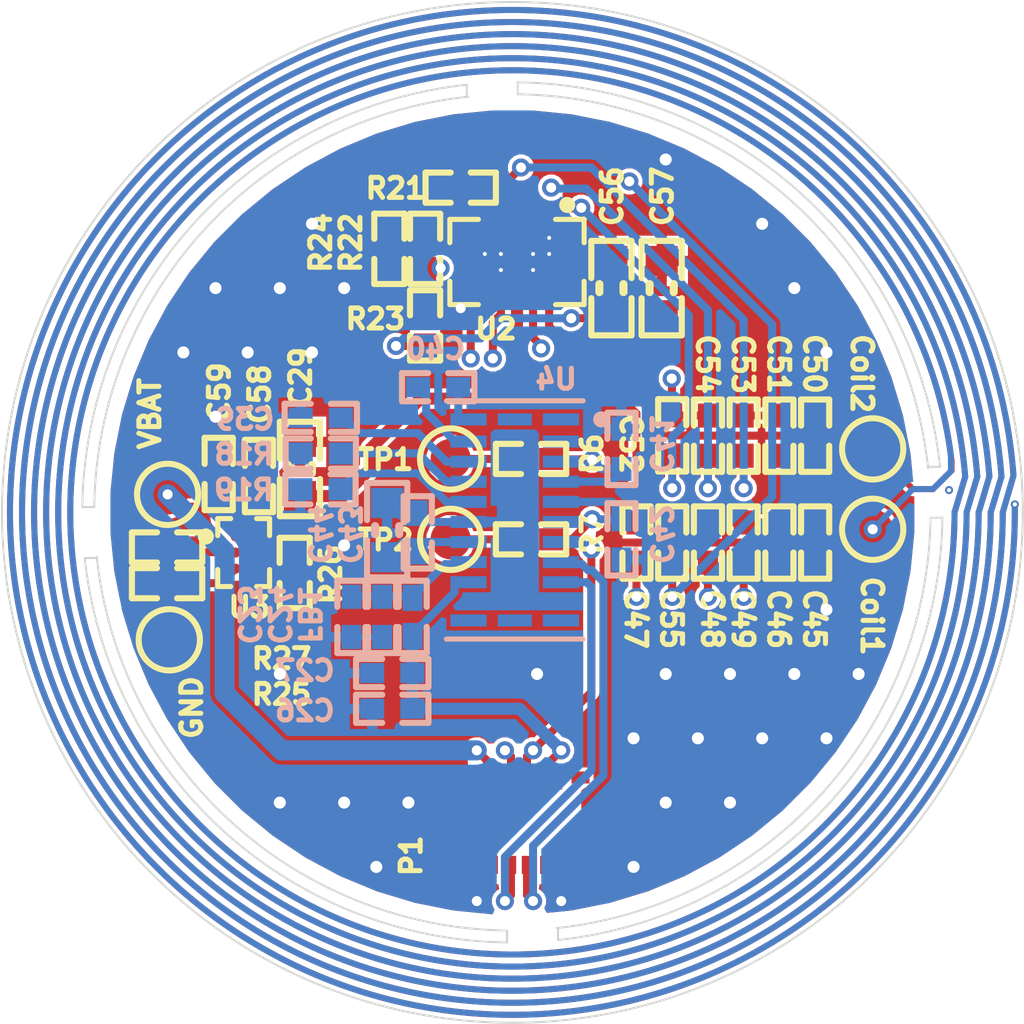
<source format=kicad_pcb>
(kicad_pcb (version 20240108) (generator "pcbnew") (generator_version "8.0")
  (layers (0 "F.Cu" signal "Top Layer") (1 "In1.Cu" signal "Layer 1") (2 "In2.Cu" signal "Layer 2") (31 "B.Cu" signal "Bottom Layer") (34 "B.Paste" user "Bottom Paste") (35 "F.Paste" user "Top Paste") (36 "B.SilkS" user "Bottom Overlay") (37 "F.SilkS" user "Top Overlay") (38 "B.Mask" user "Bottom Solder") (39 "F.Mask" user "Top Solder") (44 "Edge.Cuts" user))
  (net 0 "")
  (net 1 "NetR7_1")
  (net 2 "NetR6_1")
  (net 3 "CHG")
  (net 4 "Wvdd")
  (net 5 "VBAT")
  (net 6 "SDA")
  (net 7 "SCL")
  (net 8 "Rect")
  (net 9 "NetR27_2")
  (net 10 "NetR26_2")
  (net 11 "NetR25_2")
  (net 12 "NetR22_2")
  (net 13 "NetR22_1")
  (net 14 "NetR21_2")
  (net 15 "NetR19_1")
  (net 16 "NetR18_1")
  (net 17 "NetC55_1")
  (net 18 "NetC54_1")
  (net 19 "NetC53_1")
  (net 20 "NetC52_1")
  (net 21 "COIL")
  (net 22 "NetC48_1")
  (net 23 "NetC47_1")
  (net 24 "NetC45_1")
  (net 25 "NetC42_2")
  (net 26 "NetC41_2")
  (net 27 "NetC40_2")
  (net 28 "NetC40_1")
  (net 29 "NetC39_1")
  (net 30 "NetC23_2")
  (net 31 "INT3")
  (net 32 "GND")
  (net 33 "3V3")
  (net 34 "1V8")
  (footprint "Passives.PcbLib:C0603" (layer "F.Cu") (at 143.2151 103.9236 90)
    (property "Reference" "C29")
    (property "Value" "2.2uF" (hide yes))
  )
  (footprint "MISC.PcbLib:TP_SMD_1.0mm" (layer "F.Cu") (at 146.9651 103.6736 90)
    (property "Reference" "TP1")
    (property "Value" "DNP" (hide yes))
  )
  (footprint "Passives.PcbLib:C0603" (layer "F.Cu") (at 152.2151 99.4236 90)
    (property "Reference" "C57")
    (property "Value" "4.7uF" (hide yes))
  )
  (footprint "Passives.PcbLib:RES0402" (layer "F.Cu") (at 147.2151 96.9236)
    (property "Reference" "R21")
    (property "Value" "10K" (hide yes))
  )
  (footprint "MCU.PcbLib:BQ25100YFP" (layer "F.Cu") (at 141.8151 106.0026)
    (property "Reference" "U3")
    (property "Value" "BQ25100YFPT" (hide yes))
  )
  (footprint "Passives.PcbLib:RES0402" (layer "F.Cu") (at 143.0851 106.5106 90)
    (property "Reference" "R26")
    (property "Value" "1K" (hide yes))
  )
  (footprint "MCU.PcbLib:BQ51003" (layer "F.Cu") (at 148.6151 98.7736 -90)
    (property "Reference" "U2")
    (property "Value" "BQ51003YFPR" (hide yes))
  )
  (footprint "Passives.PcbLib:RES0402" (layer "F.Cu") (at 145.4401 98.4466 -90)
    (property "Reference" "R24")
    (property "Value" "196R" (hide yes))
  )
  (footprint "Passives.PcbLib:C0402" (layer "F.Cu") (at 153.3661 103.0946 90)
    (property "Reference" "C54")
    (property "Value" "470nF" (hide yes))
  )
  (footprint "MISC.PcbLib:TP_SMD_1.0mm" (layer "F.Cu") (at 139.9241 104.5556 180)
    (property "Reference" "VBAT")
    (property "Value" "DNP" (hide yes))
  )
  (footprint "Passives.PcbLib:RES0402" (layer "F.Cu") (at 148.9651 105.6736)
    (property "Reference" "R7")
    (property "Value" "50K" (hide yes))
  )
  (footprint "MISC.PcbLib:TP_SMD_1.0mm" (layer "F.Cu") (at 139.9651 108.1736 90)
    (property "Reference" "GND")
    (property "Value" "DNP" (hide yes))
  )
  (footprint "Connector.PcbLib:5050040812" (layer "F.Cu") (at 150.9326 114.85334 90)
    (property "Reference" "P1")
    (property "Value" "5050040812" (hide yes))
  )
  (footprint "Passives.PcbLib:RES0402" (layer "F.Cu") (at 139.9101 106.7646)
    (property "Reference" "R25")
    (property "Value" "10K" (hide yes))
  )
  (footprint "Passives.PcbLib:C0402" (layer "F.Cu") (at 155.1441 103.0946 90)
    (property "Reference" "C51")
    (property "Value" "100pF" (hide yes))
  )
  (footprint "Passives.PcbLib:C0402" (layer "F.Cu") (at 155.1441 105.7536 -90)
    (property "Reference" "C46")
    (property "Value" "68nF" (hide yes))
  )
  (footprint "Passives.PcbLib:RES0402" (layer "F.Cu") (at 146.3291 100.3516 -90)
    (property "Reference" "R23")
    (property "Value" "20K" (hide yes))
  )
  (footprint "MISC.PcbLib:TP_SMD_1.0mm" (layer "F.Cu") (at 157.4651 103.4236)
    (property "Reference" "Coil2")
    (property "Value" "DNP" (hide yes))
  )
  (footprint "Passives.PcbLib:C0402" (layer "F.Cu") (at 153.3661 105.7536 90)
    (property "Reference" "C48")
    (property "Value" "10nF" (hide yes))
  )
  (footprint "Passives.PcbLib:RES0402" (layer "F.Cu") (at 148.9651 103.6736)
    (property "Reference" "R6")
    (property "Value" "50K" (hide yes))
  )
  (footprint "Passives.PcbLib:C0402" (layer "F.Cu") (at 151.5881 105.7536 90)
    (property "Reference" "C47")
    (property "Value" "22nF" (hide yes))
  )
  (footprint "Passives.PcbLib:C0603" (layer "F.Cu") (at 150.9651 99.4236 90)
    (property "Reference" "C56")
    (property "Value" "10uF" (hide yes))
  )
  (footprint "MISC.PcbLib:TP_SMD_1.0mm" (layer "F.Cu") (at 146.9651 105.6736 90)
    (property "Reference" "TP2")
    (property "Value" "DNP" (hide yes))
  )
  (footprint "MISC.PcbLib:TP_SMD_1.0mm" (layer "F.Cu") (at 157.4651 105.4236 90)
    (property "Reference" "Coil1")
    (property "Value" "DNP" (hide yes))
  )
  (footprint "Passives.PcbLib:C0402" (layer "F.Cu") (at 154.2551 105.7536 -90)
    (property "Reference" "C49")
    (property "Value" "68nF" (hide yes))
  )
  (footprint "Passives.PcbLib:C0402" (layer "F.Cu") (at 154.2551 103.0946 90)
    (property "Reference" "C53")
    (property "Value" "22nF" (hide yes))
  )
  (footprint "Passives.PcbLib:C0402" (layer "F.Cu") (at 156.0331 105.7536 -90)
    (property "Reference" "C45")
    (property "Value" "47nF" (hide yes))
  )
  (footprint "Passives.PcbLib:C0402" (layer "F.Cu") (at 142.1961 104.0976 90)
    (property "Reference" "C58")
    (property "Value" "100nF" (hide yes))
  )
  (footprint "Passives.PcbLib:C0402" (layer "F.Cu") (at 141.1941 104.0476 90)
    (property "Reference" "C59")
    (property "Value" "1uF" (hide yes))
  )
  (footprint "Passives.PcbLib:RES0402" (layer "F.Cu") (at 139.9101 105.8756)
    (property "Reference" "R27")
    (property "Value" "10K" (hide yes))
  )
  (footprint "Passives.PcbLib:C0402" (layer "F.Cu") (at 152.4771 103.0866 90)
    (property "Reference" "C52")
    (property "Value" "10nF" (hide yes))
  )
  (footprint "Passives.PcbLib:C0402" (layer "F.Cu") (at 152.4771 105.7536 90)
    (property "Reference" "C55")
    (property "Value" "470nF" (hide yes))
  )
  (footprint "Passives.PcbLib:C0402" (layer "F.Cu") (at 156.0331 103.0946 90)
    (property "Reference" "C50")
    (property "Value" "1.8nF" (hide yes))
  )
  (footprint "Passives.PcbLib:RES0402" (layer "F.Cu") (at 146.3291 98.4466 90)
    (property "Reference" "R22")
    (property "Value" "845R" (hide yes))
  )
  (footprint "Passives.PcbLib:C0402" (layer "B.Cu") (at 151.2151 103.4236 -90)
    (property "Reference" "C41")
    (property "Value" "10pF" (hide yes))
  )
  (footprint "Passives.PcbLib:RES0402" (layer "B.Cu") (at 143.7341 103.5396 180)
    (property "Reference" "R18")
    (property "Value" "0R" (hide yes))
  )
  (footprint "Passives.PcbLib:C0603" (layer "B.Cu") (at 145.3851 105.4446 -90)
    (property "Reference" "C44")
    (property "Value" "10uF" (hide yes))
  )
  (footprint "Passives.PcbLib:RES0402" (layer "B.Cu") (at 143.7261 104.4286 180)
    (property "Reference" "R19")
    (property "Value" "0R" (hide yes))
  )
  (footprint "Passives.PcbLib:C0402" (layer "B.Cu") (at 146.6551 101.8886)
    (property "Reference" "C40")
    (property "Value" "1uF" (hide yes))
  )
  (footprint "Passives.PcbLib:C0402" (layer "B.Cu") (at 151.2151 105.6736 90)
    (property "Reference" "C42")
    (property "Value" "10pF" (hide yes))
  )
  (footprint "Passives.PcbLib:C0402" (layer "B.Cu") (at 145.51226 109.0006)
    (property "Reference" "C27")
    (property "Value" "4.7uF" (hide yes))
  )
  (footprint "Passives.PcbLib:C0402" (layer "B.Cu") (at 146.1471 105.50084 -90)
    (property "Reference" "C43")
    (property "Value" "100nF" (hide yes))
  )
  (footprint "Passives.PcbLib:IND0402" (layer "B.Cu") (at 146.0201 107.6036 -90)
    (property "Reference" "FB1")
    (property "Value" "BLM15AX102SN1D" (hide yes))
  )
  (footprint "MCU.PcbLib:MAX86150EFF+" (layer "B.Cu") (at 148.5601 105.1906 180)
    (property "Reference" "U4")
    (property "Value" "MAX86150EFF+T" (hide yes))
  )
  (footprint "Passives.PcbLib:C0402" (layer "B.Cu") (at 145.5121 109.8896)
    (property "Reference" "C26")
    (property "Value" "100nF" (hide yes))
  )
  (footprint "Passives.PcbLib:C0402" (layer "B.Cu") (at 143.7341 102.6506 180)
    (property "Reference" "C39")
    (property "Value" "1uF" (hide yes))
  )
  (footprint "Passives.PcbLib:C0402" (layer "B.Cu") (at 145.2581 107.6036 90)
    (property "Reference" "C24")
    (property "Value" "4.7uF" (hide yes))
  )
  (footprint "Passives.PcbLib:C0402" (layer "B.Cu") (at 144.4961 107.6036 90)
    (property "Reference" "C23")
    (property "Value" "100nF" (hide yes))
  )
  (gr_arc (start 148.369013 115.702785) (mid 141.298568 112.916472) (end 137.861456 106.138494) (stroke (width 0.05)) (layer "Edge.Cuts"))
  (gr_line (start 158.84244 103.90052) (end 158.87425 103.8687) (stroke (width 0.05)) (layer "Edge.Cuts"))
  (gr_arc (start 135.8031 105.0036) (mid 139.522258 96.024758) (end 148.5011 92.3056) (stroke (width 0.05)) (layer "Edge.Cuts"))
  (gr_line (start 158.87425 103.8687) (end 159.140744 103.868706) (stroke (width 0.05)) (layer "Edge.Cuts"))
  (gr_line (start 137.801915 104.871513) (end 137.80191 104.87151) (stroke (width 0.05)) (layer "Edge.Cuts"))
  (gr_line (start 148.633187 94.304415) (end 148.63319 94.30441) (stroke (width 0.05)) (layer "Edge.Cuts"))
  (gr_arc (start 148.5011 117.7016) (mid 139.522258 113.982442) (end 135.8031 105.0036) (stroke (width 0.05)) (layer "Edge.Cuts"))
  (gr_arc (start 161.1991 105.0036) (mid 157.479942 113.982442) (end 148.5011 117.7016) (stroke (width 0.05)) (layer "Edge.Cuts"))
  (gr_line (start 149.60418 115.34494) (end 149.636 115.37675) (stroke (width 0.05)) (layer "Edge.Cuts"))
  (gr_arc (start 158.904008 105.135684) (mid 156.193261 112.006742) (end 149.604173 115.344933) (stroke (width 0.05)) (layer "Edge.Cuts"))
  (gr_line (start 138.159767 106.106673) (end 138.15976 106.10668) (stroke (width 0.05)) (layer "Edge.Cuts"))
  (gr_line (start 137.80191 104.87151) (end 138.098192 104.871516) (stroke (width 0.05)) (layer "Edge.Cuts"))
  (gr_arc (start 148.633184 94.600692) (mid 155.504242 97.311439) (end 158.842433 103.900527) (stroke (width 0.05)) (layer "Edge.Cuts"))
  (gr_line (start 149.636 115.37675) (end 149.635994 115.643244) (stroke (width 0.05)) (layer "Edge.Cuts"))
  (gr_line (start 149.604173 115.344933) (end 149.60418 115.34494) (stroke (width 0.05)) (layer "Edge.Cuts"))
  (gr_line (start 138.15976 106.10668) (end 138.12795 106.13849) (stroke (width 0.05)) (layer "Edge.Cuts"))
  (gr_line (start 147.398027 94.662267) (end 147.39802 94.66226) (stroke (width 0.05)) (layer "Edge.Cuts"))
  (gr_line (start 158.842433 103.900527) (end 158.84244 103.90052) (stroke (width 0.05)) (layer "Edge.Cuts"))
  (gr_arc (start 148.369016 115.406508) (mid 141.497958 112.695761) (end 138.159767 106.106673) (stroke (width 0.05)) (layer "Edge.Cuts"))
  (gr_arc (start 137.801915 104.871513) (mid 140.588228 97.801068) (end 147.366206 94.363956) (stroke (width 0.05)) (layer "Edge.Cuts"))
  (gr_arc (start 138.098192 104.871516) (mid 140.808939 98.000458) (end 147.398027 94.662267) (stroke (width 0.05)) (layer "Edge.Cuts"))
  (gr_arc (start 148.5011 92.3056) (mid 157.479942 96.024758) (end 161.1991 105.0036) (stroke (width 0.05)) (layer "Edge.Cuts"))
  (gr_line (start 148.369013 115.702785) (end 148.36901 115.70279) (stroke (width 0.05)) (layer "Edge.Cuts"))
  (gr_line (start 138.12795 106.13849) (end 137.861456 106.138494) (stroke (width 0.05)) (layer "Edge.Cuts"))
  (gr_arc (start 159.200285 105.135687) (mid 156.413972 112.206132) (end 149.635994 115.643244) (stroke (width 0.05)) (layer "Edge.Cuts"))
  (gr_line (start 148.63319 94.30441) (end 148.633184 94.600692) (stroke (width 0.05)) (layer "Edge.Cuts"))
  (gr_line (start 159.20029 105.13569) (end 158.904008 105.135684) (stroke (width 0.05)) (layer "Edge.Cuts"))
  (gr_arc (start 148.633187 94.304415) (mid 155.703632 97.090728) (end 159.140744 103.868706) (stroke (width 0.05)) (layer "Edge.Cuts"))
  (gr_line (start 147.39802 94.66226) (end 147.36621 94.63045) (stroke (width 0.05)) (layer "Edge.Cuts"))
  (gr_line (start 147.36621 94.63045) (end 147.366206 94.363956) (stroke (width 0.05)) (layer "Edge.Cuts"))
  (gr_line (start 148.36901 115.70279) (end 148.369016 115.406508) (stroke (width 0.05)) (layer "Edge.Cuts"))
  (gr_line (start 159.200285 105.135687) (end 159.20029 105.13569) (stroke (width 0.05)) (layer "Edge.Cuts"))
  (segment (start 146.9651 105.6736) (end 148.4651 105.6736) (width 0.2) (layer "F.Cu") (net 1))
  (segment (start 148.4651 105.6736) (end 148.4651 105.6736) (width 0.2) (layer "F.Cu") (net 1))
  (segment (start 146.9651 103.6736) (end 146.96511 103.6736) (width 0.2) (layer "F.Cu") (net 2))
  (segment (start 146.96511 103.6736) (end 148.4651 103.6736) (width 0.2) (layer "F.Cu") (net 2))
  (segment (start 147.46497 100.39843) (end 147.8151 100.0483) (width 0.2) (layer "F.Cu") (net 3))
  (segment (start 147.46497 101.17372) (end 147.46497 100.39843) (width 0.2) (layer "F.Cu") (net 3))
  (segment (start 148.4651 111.6736) (end 148.4651 111.07359) (width 0.2) (layer "F.Cu") (net 3))
  (segment (start 147.8151 100.0483) (end 147.8151 99.3736) (width 0.2) (layer "F.Cu") (net 3))
  (segment (start 148.3151 110.9236) (end 148.4651 111.07359) (width 0.2) (layer "F.Cu") (net 3))
  (via (at 147.46497 101.17372) (size 0.45) (drill 0.25) (layers "F.Cu" "B.Cu") (net 3))
  (via (at 148.3151 110.9236) (size 0.45) (drill 0.25) (layers "F.Cu" "B.Cu") (net 3))
  (segment (start 146.2151 102.1736) (end 148.2151 102.1736) (width 0.3) (layer "F.Cu") (net 4))
  (segment (start 142.1961 105.40807) (end 142.1961 104.5976) (width 0.2) (layer "F.Cu") (net 4))
  (segment (start 148.6151 98.5736) (end 148.6151 98.1736) (width 0.2) (layer "F.Cu") (net 4))
  (segment (start 144.9651 103.4236) (end 146.2151 102.1736) (width 0.3) (layer "F.Cu") (net 4))
  (segment (start 144.2911 104.5976) (end 144.9651 103.9236) (width 0.3) (layer "F.Cu") (net 4))
  (segment (start 148.6151 99.3736) (end 148.6151 98.9736) (width 0.2) (layer "F.Cu") (net 4))
  (segment (start 142.0151 105.6026) (end 142.0151 105.58907) (width 0.2) (layer "F.Cu") (net 4))
  (segment (start 142.0151 105.58907) (end 142.1961 105.40807) (width 0.2) (layer "F.Cu") (net 4))
  (segment (start 144.9651 103.9236) (end 144.9651 103.4236) (width 0.3) (layer "F.Cu") (net 4))
  (segment (start 148.6151 101.7736) (end 148.6151 99.96606) (width 0.3) (layer "F.Cu") (net 4))
  (segment (start 148.6151 98.1736) (end 148.62467 98.16403) (width 0.2) (layer "F.Cu") (net 4))
  (segment (start 148.2151 102.1736) (end 148.6151 101.7736) (width 0.3) (layer "F.Cu") (net 4))
  (segment (start 148.6151 99.96606) (end 148.6151 99.3736) (width 0.2) (layer "F.Cu") (net 4))
  (segment (start 148.6151 98.9736) (end 148.6151 98.5736) (width 0.2) (layer "F.Cu") (net 4))
  (segment (start 142.1961 104.5976) (end 144.2911 104.5976) (width 0.3) (layer "F.Cu") (net 4))
  (segment (start 141.1861 104.5556) (end 141.1941 104.5476) (width 0.2) (layer "F.Cu") (net 5))
  (segment (start 147.61511 110.9236) (end 147.8651 111.17359) (width 0.2) (layer "F.Cu") (net 5))
  (segment (start 147.8651 111.6736) (end 147.8651 111.17359) (width 0.2) (layer "F.Cu") (net 5))
  (segment (start 139.9241 104.5556) (end 141.1861 104.5556) (width 0.2) (layer "F.Cu") (net 5))
  (segment (start 141.1941 105.1816) (end 141.6151 105.6026) (width 0.2) (layer "F.Cu") (net 5))
  (segment (start 141.1941 105.1816) (end 141.1941 104.5476) (width 0.2) (layer "F.Cu") (net 5))
  (via (at 139.9241 104.5556) (size 0.45) (drill 0.25) (layers "F.Cu" "B.Cu") (net 5))
  (via (at 147.61511 110.9236) (size 0.45) (drill 0.25) (layers "F.Cu" "B.Cu") (net 5))
  (segment (start 142.758 110.9236) (end 147.61511 110.9236) (width 0.5) (layer "B.Cu") (net 5))
  (segment (start 141.34105 109.50665) (end 141.34105 105.97255) (width 0.5) (layer "B.Cu") (net 5))
  (segment (start 141.34105 109.50665) (end 142.758 110.9236) (width 0.5) (layer "B.Cu") (net 5))
  (segment (start 139.9241 104.5556) (end 141.34105 105.97255) (width 0.5) (layer "B.Cu") (net 5))
  (segment (start 148.8651 114.5236) (end 149.0151 114.6736) (width 0.2) (layer "F.Cu") (net 6))
  (segment (start 148.8651 114.5236) (end 148.8651 113.7736) (width 0.2) (layer "F.Cu") (net 6))
  (via (at 149.0151 114.6736) (size 0.45) (drill 0.25) (layers "F.Cu" "B.Cu") (net 6))
  (segment (start 150.23106 106.2906) (end 150.38106 106.4406) (width 0.2) (layer "B.Cu") (net 6))
  (segment (start 150.4722 106.4406) (end 150.7651 106.73349) (width 0.2) (layer "B.Cu") (net 6))
  (segment (start 149.0151 114.6736) (end 149.0151 113.29786) (width 0.2) (layer "B.Cu") (net 6))
  (segment (start 149.7601 106.2906) (end 150.23106 106.2906) (width 0.2) (layer "B.Cu") (net 6))
  (segment (start 150.38106 106.4406) (end 150.4722 106.4406) (width 0.2) (layer "B.Cu") (net 6))
  (segment (start 150.7651 111.54786) (end 150.7651 106.73349) (width 0.2) (layer "B.Cu") (net 6))
  (segment (start 149.0151 113.29786) (end 150.7651 111.54786) (width 0.2) (layer "B.Cu") (net 6))
  (segment (start 149.7101 106.2406) (end 149.7601 106.2906) (width 0.2) (layer "B.Cu") (net 6))
  (segment (start 148.3151 114.6736) (end 148.4651 114.5236) (width 0.2) (layer "F.Cu") (net 7))
  (segment (start 148.4651 114.5236) (end 148.4651 113.7736) (width 0.2) (layer "F.Cu") (net 7))
  (via (at 148.3151 114.6736) (size 0.45) (drill 0.25) (layers "F.Cu" "B.Cu") (net 7))
  (segment (start 148.3151 114.6736) (end 148.3151 113.5736) (width 0.2) (layer "B.Cu") (net 7))
  (segment (start 149.7101 106.7406) (end 150.34794 106.7406) (width 0.2) (layer "B.Cu") (net 7))
  (segment (start 150.4651 111.4236) (end 150.4651 106.85776) (width 0.2) (layer "B.Cu") (net 7))
  (segment (start 150.34794 106.7406) (end 150.4651 106.85776) (width 0.2) (layer "B.Cu") (net 7))
  (segment (start 148.3151 113.5736) (end 150.4651 111.4236) (width 0.2) (layer "B.Cu") (net 7))
  (segment (start 145.60535 100.86246) (end 146.31824 100.86246) (width 0.2) (layer "F.Cu") (net 8))
  (segment (start 146.31824 100.86246) (end 146.3291 100.8516) (width 0.2) (layer "F.Cu") (net 8))
  (segment (start 150.9651 100.1736) (end 150.9651 100.0986) (width 0.2) (layer "F.Cu") (net 8))
  (segment (start 149.9651 100.1736) (end 150.9651 100.1736) (width 0.2) (layer "F.Cu") (net 8))
  (segment (start 150.9651 100.0986) (end 152.2151 100.0986) (width 0.2) (layer "F.Cu") (net 8))
  (via micro (at 149.0151 98.9736) (size 0.2) (drill 0.1) (layers "F.Cu" "In1.Cu") (net 8))
  (via micro (at 149.0151 98.5736) (size 0.2) (drill 0.1) (layers "F.Cu" "In1.Cu") (net 8))
  (via (at 145.60535 100.86246) (size 0.45) (drill 0.25) (layers "F.Cu" "B.Cu") (net 8))
  (via (at 149.9651 100.1736) (size 0.45) (drill 0.25) (layers "F.Cu" "B.Cu") (net 8))
  (segment (start 145.60535 100.86246) (end 145.79421 100.6736) (width 0.2) (layer "B.Cu") (net 8))
  (segment (start 147.7151 100.6736) (end 148.2151 100.1736) (width 0.2) (layer "B.Cu") (net 8))
  (segment (start 145.79421 100.6736) (end 147.7151 100.6736) (width 0.2) (layer "B.Cu") (net 8))
  (segment (start 148.2151 100.1736) (end 149.9651 100.1736) (width 0.2) (layer "B.Cu") (net 8))
  (segment (start 141.60553 105.99303) (end 141.6151 106.0026) (width 0.2) (layer "F.Cu") (net 9))
  (segment (start 140.52754 105.99303) (end 141.60553 105.99303) (width 0.2) (layer "F.Cu") (net 9))
  (segment (start 140.4101 105.8756) (end 140.52754 105.99303) (width 0.2) (layer "F.Cu") (net 9))
  (segment (start 142.0151 106.0026) (end 143.0771 106.0026) (width 0.2) (layer "F.Cu") (net 10))
  (segment (start 143.0771 106.0026) (end 143.0851 106.0106) (width 0.2) (layer "F.Cu") (net 10))
  (segment (start 141.2531 106.7646) (end 141.6151 106.4026) (width 0.2) (layer "F.Cu") (net 11))
  (segment (start 140.4101 106.7646) (end 141.2531 106.7646) (width 0.2) (layer "F.Cu") (net 11))
  (segment (start 146.3291 97.9466) (end 147.17457 97.9466) (width 0.2) (layer "F.Cu") (net 12))
  (segment (start 147.40157 98.1736) (end 147.4151 98.1736) (width 0.2) (layer "F.Cu") (net 12))
  (segment (start 147.17457 97.9466) (end 147.40157 98.1736) (width 0.2) (layer "F.Cu") (net 12))
  (segment (start 145.4631 98.9236) (end 146.7151 98.9236) (width 0.2) (layer "F.Cu") (net 13))
  (segment (start 145.4401 98.9466) (end 145.4631 98.9236) (width 0.2) (layer "F.Cu") (net 13))
  (segment (start 146.3291 99.8516) (end 146.3291 98.9466) (width 0.2) (layer "F.Cu") (net 13))
  (via (at 146.7151 98.9236) (size 0.45) (drill 0.25) (layers "F.Cu" "B.Cu") (net 13))
  (via micro (at 147.8151 98.5736) (size 0.2) (drill 0.1) (layers "F.Cu" "In1.Cu") (net 13))
  (segment (start 147.8151 98.1736) (end 147.8151 96.97667) (width 0.2) (layer "F.Cu") (net 14))
  (segment (start 144.2511 104.4286) (end 144.6481 104.0316) (width 0.2) (layer "B.Cu") (net 15))
  (segment (start 144.6481 104.0316) (end 146.1511 104.0316) (width 0.2) (layer "B.Cu") (net 15))
  (segment (start 146.8601 104.7406) (end 147.4101 104.7406) (width 0.2) (layer "B.Cu") (net 15))
  (segment (start 144.2261 104.4286) (end 144.2511 104.4286) (width 0.2) (layer "B.Cu") (net 15))
  (segment (start 146.1511 104.0316) (end 146.8601 104.7406) (width 0.2) (layer "B.Cu") (net 15))
  (segment (start 144.2341 103.5396) (end 144.2421 103.5316) (width 0.2) (layer "B.Cu") (net 16))
  (segment (start 146.8601 104.2406) (end 147.4101 104.2406) (width 0.2) (layer "B.Cu") (net 16))
  (segment (start 144.2421 103.5316) (end 146.1511 103.5316) (width 0.2) (layer "B.Cu") (net 16))
  (segment (start 146.1511 103.5316) (end 146.8601 104.2406) (width 0.2) (layer "B.Cu") (net 16))
  (segment (start 152.4771 107.10477) (end 152.4771 106.2536) (width 0.2) (layer "F.Cu") (net 17))
  (via micro (at 148.2151 98.9736) (size 0.2) (drill 0.1) (layers "F.Cu" "In1.Cu") (net 17))
  (via (at 151.41115 96.76861) (size 0.45) (drill 0.25) (layers "F.Cu" "B.Cu") (net 17))
  (via (at 152.4771 107.10477) (size 0.45) (drill 0.25) (layers "F.Cu" "B.Cu") (net 17))
  (segment (start 152.4771 107.10477) (end 154.9651 104.61677) (width 0.2) (layer "B.Cu") (net 17))
  (segment (start 154.9651 104.61677) (end 154.9651 100.32256) (width 0.2) (layer "B.Cu") (net 17))
  (segment (start 151.41115 96.76861) (end 154.9651 100.32256) (width 0.2) (layer "B.Cu") (net 17))
  (segment (start 153.3661 104.40273) (end 153.3661 103.5946) (width 0.15) (layer "F.Cu") (net 18))
  (via micro (at 148.2151 98.5736) (size 0.2) (drill 0.1) (layers "F.Cu" "In1.Cu") (net 18))
  (via (at 149.4651 96.9236) (size 0.45) (drill 0.25) (layers "F.Cu" "B.Cu") (net 18))
  (via (at 153.3661 104.40273) (size 0.45) (drill 0.25) (layers "F.Cu" "B.Cu") (net 18))
  (segment (start 149.4901 96.9486) (end 150.34114 96.9486) (width 0.2) (layer "B.Cu") (net 18))
  (segment (start 149.4651 96.9236) (end 149.4901 96.9486) (width 0.2) (layer "B.Cu") (net 18))
  (segment (start 150.34114 96.9486) (end 153.3661 99.97356) (width 0.2) (layer "B.Cu") (net 18))
  (segment (start 153.3661 104.40273) (end 153.3661 99.97356) (width 0.2) (layer "B.Cu") (net 18))
  (segment (start 148.2151 98.1736) (end 148.2151 96.9236) (width 0.2) (layer "F.Cu") (net 19))
  (segment (start 148.2151 96.9236) (end 148.7151 96.4236) (width 0.2) (layer "F.Cu") (net 19))
  (segment (start 154.2551 104.40273) (end 154.2551 103.5946) (width 0.15) (layer "F.Cu") (net 19))
  (via (at 148.7151 96.4236) (size 0.45) (drill 0.25) (layers "F.Cu" "B.Cu") (net 19))
  (via (at 154.2551 104.40273) (size 0.45) (drill 0.25) (layers "F.Cu" "B.Cu") (net 19))
  (segment (start 154.2551 104.40273) (end 154.2551 100.21359) (width 0.2) (layer "B.Cu") (net 19))
  (segment (start 150.4651 96.4236) (end 154.2551 100.21359) (width 0.2) (layer "B.Cu") (net 19))
  (segment (start 148.7151 96.4236) (end 150.4651 96.4236) (width 0.2) (layer "B.Cu") (net 19))
  (segment (start 149.6901 97.43898) (end 150.19972 97.43898) (width 0.2) (layer "F.Cu") (net 20))
  (segment (start 149.0151 98.1736) (end 149.0151 98.16007) (width 0.2) (layer "F.Cu") (net 20))
  (segment (start 150.19972 97.43898) (end 150.2151 97.4236) (width 0.2) (layer "F.Cu") (net 20))
  (segment (start 149.0901 98.03898) (end 149.6901 97.43898) (width 0.2) (layer "F.Cu") (net 20))
  (segment (start 152.4771 104.40273) (end 152.4771 103.5866) (width 0.15) (layer "F.Cu") (net 20))
  (segment (start 149.0901 98.08507) (end 149.0901 98.03898) (width 0.2) (layer "F.Cu") (net 20))
  (segment (start 149.0151 98.16007) (end 149.0901 98.08507) (width 0.2) (layer "F.Cu") (net 20))
  (via (at 152.4771 104.40273) (size 0.45) (drill 0.25) (layers "F.Cu" "B.Cu") (net 20))
  (via (at 150.2151 97.4236) (size 0.45) (drill 0.25) (layers "F.Cu" "B.Cu") (net 20))
  (segment (start 152.4771 104.40273) (end 152.4771 103.12282) (width 0.2) (layer "B.Cu") (net 20))
  (segment (start 150.2151 97.4236) (end 152.8901 100.0986) (width 0.2) (layer "B.Cu") (net 20))
  (segment (start 152.4771 103.12282) (end 152.8901 102.70981) (width 0.2) (layer "B.Cu") (net 20))
  (segment (start 152.8901 102.70981) (end 152.8901 100.0986) (width 0.2) (layer "B.Cu") (net 20))
  (segment (start 160.36753 104.11043) (end 160.36753 104.11043) (width 0.15) (layer "F.Cu") (net 21))
  (segment (start 152.4851 102.59459) (end 153.3661 102.59459) (width 0.2) (layer "F.Cu") (net 21))
  (segment (start 157.4651 103.4236) (end 158.4651 104.4236) (width 0.15) (layer "F.Cu") (net 21))
  (segment (start 160.1011 105.0036) (end 160.36753 104.11043) (width 0.15) (layer "F.Cu") (net 21))
  (segment (start 156.63609 102.59459) (end 157.4651 103.4236) (width 0.2) (layer "F.Cu") (net 21))
  (segment (start 158.9651 104.4236) (end 159.42748 103.96122) (width 0.15) (layer "F.Cu") (net 21))
  (segment (start 160.7011 105.0036) (end 160.9676 104.08906) (width 0.15) (layer "F.Cu") (net 21))
  (segment (start 160.4011 105.0036) (end 160.6688 104.11637) (width 0.15) (layer "F.Cu") (net 21))
  (segment (start 159.42748 103.96122) (end 159.42748 103.73309) (width 0.15) (layer "F.Cu") (net 21))
  (segment (start 152.4711 102.5806) (end 152.4771 102.5866) (width 0.2) (layer "F.Cu") (net 21))
  (segment (start 159.5011 105.0036) (end 159.76631 104.11757) (width 0.15) (layer "F.Cu") (net 21))
  (segment (start 154.2551 102.59459) (end 155.1441 102.59459) (width 0.2) (layer "F.Cu") (net 21))
  (segment (start 153.3661 102.59459) (end 154.2551 102.59459) (width 0.2) (layer "F.Cu") (net 21))
  (segment (start 154.2551 106.2536) (end 155.1441 106.2536) (width 0.2) (layer "F.Cu") (net 21))
  (segment (start 159.42748 103.73309) (end 159.42748 103.73309) (width 0.15) (layer "F.Cu") (net 21))
  (segment (start 161.0011 105.0036) (end 161.0011 104.8036) (width 0.15) (layer "F.Cu") (net 21))
  (segment (start 155.1441 106.2536) (end 156.0331 106.2536) (width 0.2) (layer "F.Cu") (net 21))
  (segment (start 154.2551 107.10477) (end 154.2551 106.2536) (width 0.2) (layer "F.Cu") (net 21))
  (segment (start 156.0331 106.2536) (end 156.6351 106.2536) (width 0.2) (layer "F.Cu") (net 21))
  (segment (start 156.6351 106.2536) (end 157.4651 105.4236) (width 0.2) (layer "F.Cu") (net 21))
  (segment (start 159.8011 105.0036) (end 160.06693 104.11392) (width 0.15) (layer "F.Cu") (net 21))
  (segment (start 152.4711 102.5806) (end 152.4711 101.6796) (width 0.2) (layer "F.Cu") (net 21))
  (segment (start 156.0331 102.59459) (end 156.63609 102.59459) (width 0.2) (layer "F.Cu") (net 21))
  (segment (start 155.1441 102.59459) (end 156.0331 102.59459) (width 0.2) (layer "F.Cu") (net 21))
  (segment (start 158.4651 104.4236) (end 158.9651 104.4236) (width 0.15) (layer "F.Cu") (net 21))
  (segment (start 152.4651 101.6736) (end 152.4711 101.6796) (width 0.2) (layer "F.Cu") (net 21))
  (segment (start 152.4771 102.5866) (end 152.4851 102.59459) (width 0.2) (layer "F.Cu") (net 21))
  (via (at 159.3651 104.4486) (size 0.2) (drill 0.1) (layers "F.Cu" "B.Cu") (net 21))
  (via micro (at 161.0011 104.8036) (size 0.2) (drill 0.1) (layers "F.Cu" "In1.Cu") (net 21))
  (via (at 154.2551 107.10477) (size 0.45) (drill 0.25) (layers "F.Cu" "B.Cu") (net 21))
  (via micro (at 149.4151 98.1736) (size 0.2) (drill 0.1) (layers "F.Cu" "In1.Cu") (net 21))
  (via (at 152.4651 101.6736) (size 0.45) (drill 0.25) (layers "F.Cu" "B.Cu") (net 21))
  (via (at 157.4651 105.4236) (size 0.45) (drill 0.25) (layers "F.Cu" "B.Cu") (net 21))
  (via micro (at 149.4151 98.5736) (size 0.2) (drill 0.1) (layers "F.Cu" "In1.Cu") (net 21))
  (arc (start 160.4011 105.0036) (mid 136.609495 105.450502) (end 160.367533 104.110427) (width 0.15) (layer "F.Cu") (net 21))
  (arc (start 159.5011 105.0036) (mid 137.51952 105.639923) (end 159.427481 103.733086) (width 0.15) (layer "F.Cu") (net 21))
  (arc (start 160.1011 105.0036) (mid 136.909645 105.448767) (end 160.066932 104.113921) (width 0.15) (layer "F.Cu") (net 21))
  (arc (start 160.7011 105.0036) (mid 136.309179 105.447508) (end 160.668796 104.116372) (width 0.15) (layer "F.Cu") (net 21))
  (arc (start 161.0011 105.0036) (mid 136.009478 105.461177) (end 160.9676 104.08906) (width 0.15) (layer "F.Cu") (net 21))
  (arc (start 159.8011 105.0036) (mid 137.209801 105.446956) (end 159.76631 104.117571) (width 0.15) (layer "F.Cu") (net 21))
  (via micro (at 161.0011 104.8036) (size 0.2) (drill 0.1) (layers "In2.Cu" "B.Cu") (net 21))
  (segment (start 159.41221 103.97649) (end 159.41221 103.60799) (width 0.15) (layer "B.Cu") (net 21))
  (segment (start 158.9651 104.4236) (end 159.41221 103.97649) (width 0.15) (layer "B.Cu") (net 21))
  (segment (start 161.0011 105.0036) (end 161.0011 104.8036) (width 0.15) (layer "B.Cu") (net 21))
  (segment (start 158.4651 104.4236) (end 158.9651 104.4236) (width 0.15) (layer "B.Cu") (net 21))
  (segment (start 159.8011 105.0036) (end 160.06693 104.11392) (width 0.15) (layer "B.Cu") (net 21))
  (segment (start 160.36753 104.11043) (end 160.36753 104.11043) (width 0.15) (layer "B.Cu") (net 21))
  (segment (start 160.7011 105.0036) (end 160.9676 104.08906) (width 0.15) (layer "B.Cu") (net 21))
  (segment (start 160.1011 105.0036) (end 160.36753 104.11043) (width 0.15) (layer "B.Cu") (net 21))
  (segment (start 160.4011 105.0036) (end 160.6688 104.11637) (width 0.15) (layer "B.Cu") (net 21))
  (segment (start 157.4651 105.4236) (end 158.4651 104.4236) (width 0.15) (layer "B.Cu") (net 21))
  (segment (start 159.5011 105.0036) (end 159.76631 104.11757) (width 0.15) (layer "B.Cu") (net 21))
  (arc (start 160.4011 105.0036) (mid 136.609495 105.450502) (end 160.367533 104.110427) (width 0.15) (layer "B.Cu") (net 21))
  (arc (start 160.7011 105.0036) (mid 136.309179 105.447508) (end 160.668796 104.116372) (width 0.15) (layer "B.Cu") (net 21))
  (arc (start 159.5011 105.0036) (mid 137.523346 105.70282) (end 159.412208 103.607989) (width 0.15) (layer "B.Cu") (net 21))
  (arc (start 160.1011 105.0036) (mid 136.909645 105.448767) (end 160.066932 104.113921) (width 0.15) (layer "B.Cu") (net 21))
  (arc (start 159.8011 105.0036) (mid 137.209801 105.446956) (end 159.76631 104.117571) (width 0.15) (layer "B.Cu") (net 21))
  (arc (start 161.0011 105.0036) (mid 136.009478 105.461177) (end 160.9676 104.08906) (width 0.15) (layer "B.Cu") (net 21))
  (segment (start 149.0151 100.65595) (end 149.0151 99.3736) (width 0.2) (layer "F.Cu") (net 22))
  (segment (start 149.0151 100.65595) (end 149.2151 100.85595) (width 0.2) (layer "F.Cu") (net 22))
  (segment (start 153.3661 107.10477) (end 153.3661 106.2536) (width 0.2) (layer "F.Cu") (net 22))
  (segment (start 149.2151 100.9236) (end 149.2151 100.85595) (width 0.2) (layer "F.Cu") (net 22))
  (via (at 149.2151 100.9236) (size 0.45) (drill 0.25) (layers "F.Cu" "B.Cu") (net 22))
  (via (at 153.3661 107.10477) (size 0.45) (drill 0.25) (layers "F.Cu" "B.Cu") (net 22))
  (segment (start 148.01497 100.27269) (end 148.2151 100.07256) (width 0.2) (layer "F.Cu") (net 23))
  (segment (start 148.2151 100.07256) (end 148.2151 99.3736) (width 0.2) (layer "F.Cu") (net 23))
  (segment (start 151.5881 107.10477) (end 151.5881 106.2536) (width 0.2) (layer "F.Cu") (net 23))
  (segment (start 148.01497 101.17359) (end 148.01497 100.27269) (width 0.2) (layer "F.Cu") (net 23))
  (via (at 148.01497 101.17359) (size 0.45) (drill 0.25) (layers "F.Cu" "B.Cu") (net 23))
  (via (at 151.5881 107.10477) (size 0.45) (drill 0.25) (layers "F.Cu" "B.Cu") (net 23))
  (segment (start 156.0331 103.5946) (end 156.0331 103.5946) (width 0.2) (layer "F.Cu") (net 24))
  (segment (start 151.5881 105.25359) (end 151.5881 102.5466) (width 0.2) (layer "F.Cu") (net 24))
  (segment (start 155.1441 103.5946) (end 156.0331 103.5946) (width 0.2) (layer "F.Cu") (net 24))
  (segment (start 149.4151 100.3736) (end 151.5881 102.5466) (width 0.2) (layer "F.Cu") (net 24))
  (segment (start 151.5881 105.25359) (end 152.4771 105.25359) (width 0.2) (layer "F.Cu") (net 24))
  (segment (start 153.3661 105.25359) (end 156.03309 105.25359) (width 0.2) (layer "F.Cu") (net 24))
  (segment (start 156.03309 105.25359) (end 156.0331 105.2536) (width 0.2) (layer "F.Cu") (net 24))
  (segment (start 149.4151 99.3736) (end 149.4151 98.9736) (width 0.2) (layer "F.Cu") (net 24))
  (segment (start 156.0331 105.2536) (end 156.0331 103.5946) (width 0.2) (layer "F.Cu") (net 24))
  (segment (start 149.4151 100.3736) (end 149.4151 99.3736) (width 0.2) (layer "F.Cu") (net 24))
  (segment (start 152.4771 105.25359) (end 153.3661 105.25359) (width 0.2) (layer "F.Cu") (net 24))
  (segment (start 149.4651 105.6736) (end 149.9851 105.6736) (width 0.2) (layer "F.Cu") (net 25))
  (segment (start 149.9851 105.6736) (end 150.4851 105.1736) (width 0.2) (layer "F.Cu") (net 25))
  (via (at 150.4851 105.1736) (size 0.45) (drill 0.25) (layers "F.Cu" "B.Cu") (net 25))
  (segment (start 151.1851 104.9366) (end 151.2351 104.9366) (width 0.2) (layer "B.Cu") (net 25))
  (segment (start 150.9891 104.7406) (end 151.1851 104.9366) (width 0.2) (layer "B.Cu") (net 25))
  (segment (start 151.2151 105.1736) (end 151.2151 105.1736) (width 0.2) (layer "B.Cu") (net 25))
  (segment (start 149.7101 104.7406) (end 150.9891 104.7406) (width 0.2) (layer "B.Cu") (net 25))
  (segment (start 150.4851 105.1736) (end 151.2151 105.1736) (width 0.2) (layer "B.Cu") (net 25))
  (segment (start 150.47544 103.68326) (end 150.4851 103.69292) (width 0.2) (layer "F.Cu") (net 26))
  (segment (start 149.4651 103.6736) (end 149.47476 103.68326) (width 0.2) (layer "F.Cu") (net 26))
  (segment (start 149.47476 103.68326) (end 150.47544 103.68326) (width 0.2) (layer "F.Cu") (net 26))
  (via (at 150.4851 103.69292) (size 0.45) (drill 0.25) (layers "F.Cu" "B.Cu") (net 26))
  (segment (start 150.96494 104.2406) (end 151.09852 104.10702) (width 0.2) (layer "B.Cu") (net 26))
  (segment (start 151.21314 103.92556) (end 151.2151 103.9236) (width 0.2) (layer "B.Cu") (net 26))
  (segment (start 150.4851 103.69292) (end 150.71774 103.92556) (width 0.2) (layer "B.Cu") (net 26))
  (segment (start 149.7101 104.2406) (end 150.96494 104.2406) (width 0.2) (layer "B.Cu") (net 26))
  (segment (start 150.71774 103.92556) (end 151.21314 103.92556) (width 0.2) (layer "B.Cu") (net 26))
  (segment (start 147.1551 102.6406) (end 147.1551 101.8886) (width 0.2) (layer "B.Cu") (net 27))
  (segment (start 147.1551 102.6406) (end 147.2051 102.6906) (width 0.2) (layer "B.Cu") (net 27))
  (segment (start 147.2051 102.6906) (end 147.4101 102.6906) (width 0.2) (layer "B.Cu") (net 27))
  (segment (start 146.3551 102.51844) (end 147.02726 103.1906) (width 0.2) (layer "B.Cu") (net 28))
  (segment (start 147.02726 103.1906) (end 147.3601 103.1906) (width 0.2) (layer "B.Cu") (net 28))
  (segment (start 146.2051 101.8886) (end 146.3551 102.0386) (width 0.2) (layer "B.Cu") (net 28))
  (segment (start 147.3601 103.1906) (end 147.4101 103.2406) (width 0.2) (layer "B.Cu") (net 28))
  (segment (start 146.3551 102.51844) (end 146.3551 102.0386) (width 0.2) (layer "B.Cu") (net 28))
  (segment (start 146.1551 101.8886) (end 146.2051 101.8886) (width 0.2) (layer "B.Cu") (net 28))
  (segment (start 144.6651 103.0316) (end 146.1511 103.0316) (width 0.2) (layer "B.Cu") (net 29))
  (segment (start 146.1511 103.0316) (end 146.8601 103.7406) (width 0.2) (layer "B.Cu") (net 29))
  (segment (start 146.8601 103.7406) (end 147.4101 103.7406) (width 0.2) (layer "B.Cu") (net 29))
  (segment (start 144.2841 102.6506) (end 144.6651 103.0316) (width 0.2) (layer "B.Cu") (net 29))
  (segment (start 144.2341 102.6506) (end 144.2841 102.6506) (width 0.2) (layer "B.Cu") (net 29))
  (segment (start 146.0121 107.1036) (end 146.8251 106.2906) (width 0.2) (layer "B.Cu") (net 30))
  (segment (start 146.8251 106.2906) (end 147.3601 106.2906) (width 0.2) (layer "B.Cu") (net 30))
  (segment (start 145.2581 107.1036) (end 146.0121 107.1036) (width 0.2) (layer "B.Cu") (net 30))
  (segment (start 144.4961 107.1036) (end 145.2581 107.1036) (width 0.2) (layer "B.Cu") (net 30))
  (segment (start 147.3601 106.2906) (end 147.4101 106.2406) (width 0.2) (layer "B.Cu") (net 30))
  (segment (start 148.8651 111.0736) (end 149.0151 110.9236) (width 0.2) (layer "F.Cu") (net 31))
  (segment (start 148.8651 111.6736) (end 148.8651 111.0736) (width 0.2) (layer "F.Cu") (net 31))
  (segment (start 150.4651 109.4736) (end 150.4651 105.9236) (width 0.2) (layer "F.Cu") (net 31))
  (segment (start 149.0151 110.9236) (end 150.4651 109.4736) (width 0.2) (layer "F.Cu") (net 31))
  (via (at 150.4651 105.9236) (size 0.45) (drill 0.25) (layers "F.Cu" "B.Cu") (net 31))
  (via (at 149.0151 110.9236) (size 0.45) (drill 0.25) (layers "F.Cu" "B.Cu") (net 31))
  (segment (start 150.39745 105.9236) (end 150.4651 105.9236) (width 0.2) (layer "B.Cu") (net 31))
  (segment (start 150.26445 105.7906) (end 150.39745 105.9236) (width 0.2) (layer "B.Cu") (net 31))
  (segment (start 149.7601 105.7906) (end 150.26445 105.7906) (width 0.2) (layer "B.Cu") (net 31))
  (segment (start 149.7101 105.7406) (end 149.7601 105.7906) (width 0.2) (layer "B.Cu") (net 31))
  (segment (start 147.2151 99.85595) (end 147.4151 99.65595) (width 0.2) (layer "F.Cu") (net 32))
  (segment (start 147.4151 99.3736) (end 147.4151 98.9736) (width 0.2) (layer "F.Cu") (net 32))
  (segment (start 149.8151 98.9736) (end 149.8151 98.7486) (width 0.15) (layer "F.Cu") (net 32))
  (segment (start 149.8151 99.3736) (end 149.8151 98.9736) (width 0.15) (layer "F.Cu") (net 32))
  (segment (start 149.8151 98.7486) (end 150.9651 98.7486) (width 0.15) (layer "F.Cu") (net 32))
  (segment (start 147.61511 114.6736) (end 147.8651 114.4236) (width 0.2) (layer "F.Cu") (net 32))
  (segment (start 147.2151 99.9236) (end 147.2151 99.85595) (width 0.2) (layer "F.Cu") (net 32))
  (segment (start 149.4651 114.4236) (end 149.4651 113.7736) (width 0.2) (layer "F.Cu") (net 32))
  (segment (start 142.0151 106.4026) (end 142.6231 107.0106) (width 0.15) (layer "F.Cu") (net 32))
  (segment (start 149.8151 98.7486) (end 149.8151 98.1736) (width 0.15) (layer "F.Cu") (net 32))
  (segment (start 142.6231 107.0106) (end 143.0851 107.0106) (width 0.15) (layer "F.Cu") (net 32))
  (segment (start 147.8651 114.4236) (end 147.8651 113.7736) (width 0.2) (layer "F.Cu") (net 32))
  (segment (start 147.4151 98.9736) (end 147.4151 98.5736) (width 0.2) (layer "F.Cu") (net 32))
  (segment (start 147.4151 99.65595) (end 147.4151 99.3736) (width 0.2) (layer "F.Cu") (net 32))
  (segment (start 149.4651 114.4236) (end 149.7151 114.6736) (width 0.2) (layer "F.Cu") (net 32))
  (via (at 144.31507 112.22362) (size 0.65) (drill 0.3) (layers "F.Cu" "B.Cu") (net 32))
  (via (at 155.51507 109.02362) (size 0.65) (drill 0.3) (layers "F.Cu" "B.Cu") (net 32))
  (via (at 141.11508 99.42363) (size 0.65) (drill 0.3) (layers "F.Cu" "B.Cu") (net 32))
  (via (at 142.71507 109.02362) (size 0.65) (drill 0.3) (layers "F.Cu" "B.Cu") (net 32))
  (via (at 143.51508 101.02363) (size 0.65) (drill 0.3) (layers "F.Cu" "B.Cu") (net 32))
  (via (at 149.11507 109.02362) (size 0.65) (drill 0.3) (layers "F.Cu" "B.Cu") (net 32))
  (via (at 154.71507 110.62362) (size 0.65) (drill 0.3) (layers "F.Cu" "B.Cu") (net 32))
  (via (at 147.61511 114.6736) (size 0.45) (drill 0.25) (layers "F.Cu" "B.Cu") (net 32))
  (via (at 151.51507 113.82362) (size 0.65) (drill 0.3) (layers "F.Cu" "B.Cu") (net 32))
  (via (at 155.51507 99.42363) (size 0.65) (drill 0.3) (layers "F.Cu" "B.Cu") (net 32))
  (via (at 152.31507 109.02362) (size 0.65) (drill 0.3) (layers "F.Cu" "B.Cu") (net 32))
  (via (at 153.91507 109.02362) (size 0.65) (drill 0.3) (layers "F.Cu" "B.Cu") (net 32))
  (via (at 144.31507 105.82362) (size 0.65) (drill 0.3) (layers "F.Cu" "B.Cu") (net 32))
  (via (at 141.91508 101.02363) (size 0.65) (drill 0.3) (layers "F.Cu" "B.Cu") (net 32))
  (via (at 156.31507 101.02363) (size 0.65) (drill 0.3) (layers "F.Cu" "B.Cu") (net 32))
  (via (at 152.31507 96.22363) (size 0.65) (drill 0.3) (layers "F.Cu" "B.Cu") (net 32))
  (via (at 153.91507 112.22362) (size 0.65) (drill 0.3) (layers "F.Cu" "B.Cu") (net 32))
  (via (at 143.51508 97.82363) (size 0.65) (drill 0.3) (layers "F.Cu" "B.Cu") (net 32))
  (via (at 151.51507 110.62362) (size 0.65) (drill 0.3) (layers "F.Cu" "B.Cu") (net 32))
  (via (at 144.31507 99.42363) (size 0.65) (drill 0.3) (layers "F.Cu" "B.Cu") (net 32))
  (via (at 147.2151 99.9236) (size 0.45) (drill 0.25) (layers "F.Cu" "B.Cu") (net 32))
  (via (at 149.7151 114.6736) (size 0.45) (drill 0.25) (layers "F.Cu" "B.Cu") (net 32))
  (via (at 152.31507 112.22362) (size 0.65) (drill 0.3) (layers "F.Cu" "B.Cu") (net 32))
  (via (at 142.71507 99.42363) (size 0.65) (drill 0.3) (layers "F.Cu" "B.Cu") (net 32))
  (via (at 140.31508 101.02363) (size 0.65) (drill 0.3) (layers "F.Cu" "B.Cu") (net 32))
  (via (at 156.31507 110.62362) (size 0.65) (drill 0.3) (layers "F.Cu" "B.Cu") (net 32))
  (via (at 145.11507 113.82362) (size 0.65) (drill 0.3) (layers "F.Cu" "B.Cu") (net 32))
  (via (at 157.11507 109.02362) (size 0.65) (drill 0.3) (layers "F.Cu" "B.Cu") (net 32))
  (via (at 142.71507 112.22362) (size 0.65) (drill 0.3) (layers "F.Cu" "B.Cu") (net 32))
  (via (at 154.71507 97.82363) (size 0.65) (drill 0.3) (layers "F.Cu" "B.Cu") (net 32))
  (via (at 156.31507 107.42362) (size 0.65) (drill 0.3) (layers "F.Cu" "B.Cu") (net 32))
  (via (at 145.91507 112.22362) (size 0.65) (drill 0.3) (layers "F.Cu" "B.Cu") (net 32))
  (via (at 153.11507 110.62362) (size 0.65) (drill 0.3) (layers "F.Cu" "B.Cu") (net 32))
  (via (at 141.11508 102.62362) (size 0.65) (drill 0.3) (layers "F.Cu" "B.Cu") (net 32))
  (segment (start 145.4101 104.7696) (end 145.8811 105.2406) (width 0.2) (layer "B.Cu") (net 32))
  (segment (start 145.8811 105.2406) (end 147.4101 105.2406) (width 0.2) (layer "B.Cu") (net 32))
  (segment (start 144.4961 108.1036) (end 145.2581 108.1036) (width 0.15) (layer "B.Cu") (net 32))
  (segment (start 145.3851 104.7696) (end 145.4101 104.7696) (width 0.2) (layer "B.Cu") (net 32))
  (segment (start 145.3851 106.1196) (end 145.4101 106.1196) (width 0.2) (layer "B.Cu") (net 33))
  (segment (start 145.4101 106.1196) (end 145.7891 105.7406) (width 0.2) (layer "B.Cu") (net 33))
  (segment (start 146.1471 105.7406) (end 147.4101 105.7406) (width 0.2) (layer "B.Cu") (net 33))
  (segment (start 145.7891 105.7406) (end 146.1471 105.7406) (width 0.2) (layer "B.Cu") (net 33))
  (segment (start 149.4651 111.6736) (end 149.4651 111.1736) (width 0.2) (layer "F.Cu") (net 34))
  (segment (start 149.4651 111.1736) (end 149.7151 110.9236) (width 0.2) (layer "F.Cu") (net 34))
  (via (at 149.7151 110.9236) (size 0.45) (drill 0.25) (layers "F.Cu" "B.Cu") (net 34))
  (segment (start 147.0601 106.9946) (end 147.0601 106.7906) (width 0.2) (layer "B.Cu") (net 34))
  (segment (start 146.0201 108.0786) (end 146.0201 108.0036) (width 0.2) (layer "B.Cu") (net 34))
  (segment (start 146.0121 109.8896) (end 148.6811 109.8896) (width 0.3) (layer "B.Cu") (net 34))
  (segment (start 146.0161 109.8856) (end 146.0161 109.0006) (width 0.3) (layer "B.Cu") (net 34))
  (segment (start 146.0201 108.0036) (end 146.1701 107.8536) (width 0.2) (layer "B.Cu") (net 34))
  (segment (start 146.0121 109.8896) (end 146.0161 109.8856) (width 0.3) (layer "B.Cu") (net 34))
  (segment (start 148.6811 109.8896) (end 149.7151 110.9236) (width 0.3) (layer "B.Cu") (net 34))
  (segment (start 147.0601 106.7906) (end 147.1101 106.7406) (width 0.2) (layer "B.Cu") (net 34))
  (segment (start 146.20109 107.8536) (end 147.0601 106.9946) (width 0.2) (layer "B.Cu") (net 34))
  (segment (start 146.0161 109.0006) (end 146.0161 108.0826) (width 0.3) (layer "B.Cu") (net 34))
  (segment (start 147.1101 106.7406) (end 147.4101 106.7406) (width 0.2) (layer "B.Cu") (net 34))
  (segment (start 146.1701 107.8536) (end 146.20109 107.8536) (width 0.2) (layer "B.Cu") (net 34))
  (segment (start 146.0161 108.0826) (end 146.0201 108.0786) (width 0.3) (layer "B.Cu") (net 34))
  (zone (net 0) (net_name "") (layer "F.Cu") (connect_pads (clearance 0)) (min_thickness 0.25)
    (keepout (tracks allowed) (vias allowed) (pads allowed) (copperpour not_allowed) (footprints allowed))
    (fill (thermal_gap 0.5) (thermal_bridge_width 0.5))
    (polygon (pts (xy 147.2151 111.9236) (xy 150.2151 111.9236) (xy 150.2151 113.6736) (xy 147.2151 113.6736)))
  )
  (zone (net 32) (net_name "GND") (layer "F.Cu") (priority 3) (connect_pads (clearance 0.5)) (min_thickness 0.25) (fill yes (thermal_gap 0.254) (thermal_bridge_width 0.254))
    (polygon (pts (arc (start 138.5011 105.0036) (mid 141.430032 112.074668) (end 148.5011 115.0036)) (arc (start 148.5011 115.0036) (mid 155.572168 112.074668) (end 158.5011 105.0036)) (arc (start 158.5011 105.0036) (mid 155.572168 97.932532) (end 148.5011 95.0036)) (arc (start 148.5011 95.0036) (mid 141.430032 97.932532) (end 138.5011 105.0036))))
  )
  (zone (net 32) (net_name "GND") (layer "B.Cu") (priority 2) (connect_pads (clearance 0.5)) (min_thickness 0.25) (fill yes (thermal_gap 0.254) (thermal_bridge_width 0.254))
    (polygon (pts (arc (start 138.5011 105.0036) (mid 141.430032 112.074668) (end 148.5011 115.0036)) (arc (start 148.5011 115.0036) (mid 155.572168 112.074668) (end 158.5011 105.0036)) (arc (start 158.5011 105.0036) (mid 155.572168 97.932532) (end 148.5011 95.0036)) (arc (start 148.5011 95.0036) (mid 141.430032 97.932532) (end 138.5011 105.0036))))
  )
)
</source>
